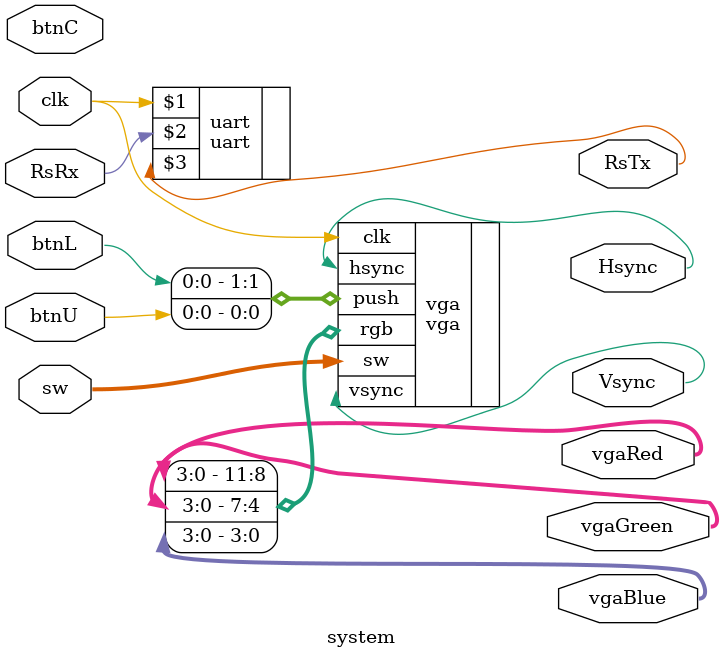
<source format=v>
`timescale 1ns / 1ps


module system(
    input wire [11:0]sw, //vga
    input btnC, btnU, btnL, //vga
    output wire Hsync, Vsync, //vga
    output wire [3:0] vgaRed, vgaGreen, vgaBlue, //vga
    output wire RsTx, //uart
    input wire RsRx, //uart
    input clk //both
    );
    
vga vga(
    .clk(clk), .sw(sw),
    .push({btnL, btnU}),
    .hsync(Hsync), .vsync(Vsync),
    .rgb({vgaRed, vgaGreen, vgaBlue})
    );

uart uart(clk,RsRx,RsTx);
    
endmodule

</source>
